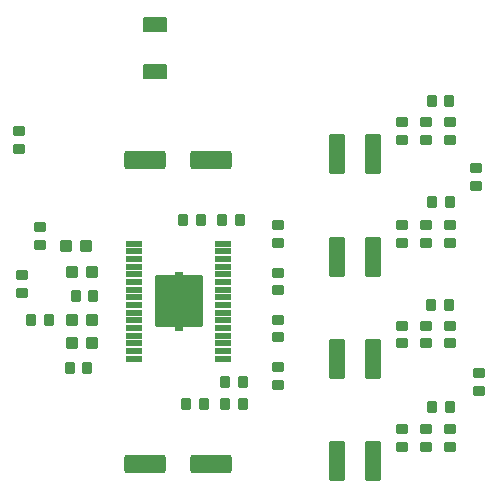
<source format=gtp>
G04*
G04 #@! TF.GenerationSoftware,Altium Limited,Altium Designer,23.1.1 (15)*
G04*
G04 Layer_Color=8421504*
%FSLAX24Y24*%
%MOIN*%
G70*
G04*
G04 #@! TF.SameCoordinates,52EA1FD8-E69D-4759-9217-C2292DA48D7E*
G04*
G04*
G04 #@! TF.FilePolarity,Positive*
G04*
G01*
G75*
G04:AMPARAMS|DCode=17|XSize=31.5mil|YSize=39.4mil|CornerRadius=3.9mil|HoleSize=0mil|Usage=FLASHONLY|Rotation=90.000|XOffset=0mil|YOffset=0mil|HoleType=Round|Shape=RoundedRectangle|*
%AMROUNDEDRECTD17*
21,1,0.0315,0.0315,0,0,90.0*
21,1,0.0236,0.0394,0,0,90.0*
1,1,0.0079,0.0157,0.0118*
1,1,0.0079,0.0157,-0.0118*
1,1,0.0079,-0.0157,-0.0118*
1,1,0.0079,-0.0157,0.0118*
%
%ADD17ROUNDEDRECTD17*%
G04:AMPARAMS|DCode=18|XSize=27.6mil|YSize=11.8mil|CornerRadius=0.3mil|HoleSize=0mil|Usage=FLASHONLY|Rotation=180.000|XOffset=0mil|YOffset=0mil|HoleType=Round|Shape=RoundedRectangle|*
%AMROUNDEDRECTD18*
21,1,0.0276,0.0112,0,0,180.0*
21,1,0.0270,0.0118,0,0,180.0*
1,1,0.0006,-0.0135,0.0056*
1,1,0.0006,0.0135,0.0056*
1,1,0.0006,0.0135,-0.0056*
1,1,0.0006,-0.0135,-0.0056*
%
%ADD18ROUNDEDRECTD18*%
G04:AMPARAMS|DCode=19|XSize=161.8mil|YSize=171.7mil|CornerRadius=4mil|HoleSize=0mil|Usage=FLASHONLY|Rotation=180.000|XOffset=0mil|YOffset=0mil|HoleType=Round|Shape=RoundedRectangle|*
%AMROUNDEDRECTD19*
21,1,0.1618,0.1636,0,0,180.0*
21,1,0.1537,0.1717,0,0,180.0*
1,1,0.0081,-0.0769,0.0818*
1,1,0.0081,0.0769,0.0818*
1,1,0.0081,0.0769,-0.0818*
1,1,0.0081,-0.0769,-0.0818*
%
%ADD19ROUNDEDRECTD19*%
G04:AMPARAMS|DCode=20|XSize=17.7mil|YSize=55.1mil|CornerRadius=2.2mil|HoleSize=0mil|Usage=FLASHONLY|Rotation=90.000|XOffset=0mil|YOffset=0mil|HoleType=Round|Shape=RoundedRectangle|*
%AMROUNDEDRECTD20*
21,1,0.0177,0.0507,0,0,90.0*
21,1,0.0133,0.0551,0,0,90.0*
1,1,0.0044,0.0253,0.0066*
1,1,0.0044,0.0253,-0.0066*
1,1,0.0044,-0.0253,-0.0066*
1,1,0.0044,-0.0253,0.0066*
%
%ADD20ROUNDEDRECTD20*%
G04:AMPARAMS|DCode=21|XSize=63mil|YSize=137.8mil|CornerRadius=7.9mil|HoleSize=0mil|Usage=FLASHONLY|Rotation=270.000|XOffset=0mil|YOffset=0mil|HoleType=Round|Shape=RoundedRectangle|*
%AMROUNDEDRECTD21*
21,1,0.0630,0.1220,0,0,270.0*
21,1,0.0472,0.1378,0,0,270.0*
1,1,0.0157,-0.0610,-0.0236*
1,1,0.0157,-0.0610,0.0236*
1,1,0.0157,0.0610,0.0236*
1,1,0.0157,0.0610,-0.0236*
%
%ADD21ROUNDEDRECTD21*%
G04:AMPARAMS|DCode=22|XSize=50mil|YSize=82.7mil|CornerRadius=6.3mil|HoleSize=0mil|Usage=FLASHONLY|Rotation=270.000|XOffset=0mil|YOffset=0mil|HoleType=Round|Shape=RoundedRectangle|*
%AMROUNDEDRECTD22*
21,1,0.0500,0.0702,0,0,270.0*
21,1,0.0375,0.0827,0,0,270.0*
1,1,0.0125,-0.0351,-0.0188*
1,1,0.0125,-0.0351,0.0188*
1,1,0.0125,0.0351,0.0188*
1,1,0.0125,0.0351,-0.0188*
%
%ADD22ROUNDEDRECTD22*%
G04:AMPARAMS|DCode=23|XSize=31.5mil|YSize=39.4mil|CornerRadius=3.9mil|HoleSize=0mil|Usage=FLASHONLY|Rotation=0.000|XOffset=0mil|YOffset=0mil|HoleType=Round|Shape=RoundedRectangle|*
%AMROUNDEDRECTD23*
21,1,0.0315,0.0315,0,0,0.0*
21,1,0.0236,0.0394,0,0,0.0*
1,1,0.0079,0.0118,-0.0157*
1,1,0.0079,-0.0118,-0.0157*
1,1,0.0079,-0.0118,0.0157*
1,1,0.0079,0.0118,0.0157*
%
%ADD23ROUNDEDRECTD23*%
G04:AMPARAMS|DCode=24|XSize=43.3mil|YSize=39.4mil|CornerRadius=4.9mil|HoleSize=0mil|Usage=FLASHONLY|Rotation=0.000|XOffset=0mil|YOffset=0mil|HoleType=Round|Shape=RoundedRectangle|*
%AMROUNDEDRECTD24*
21,1,0.0433,0.0295,0,0,0.0*
21,1,0.0335,0.0394,0,0,0.0*
1,1,0.0098,0.0167,-0.0148*
1,1,0.0098,-0.0167,-0.0148*
1,1,0.0098,-0.0167,0.0148*
1,1,0.0098,0.0167,0.0148*
%
%ADD24ROUNDEDRECTD24*%
G04:AMPARAMS|DCode=25|XSize=51.2mil|YSize=133.9mil|CornerRadius=2.6mil|HoleSize=0mil|Usage=FLASHONLY|Rotation=0.000|XOffset=0mil|YOffset=0mil|HoleType=Round|Shape=RoundedRectangle|*
%AMROUNDEDRECTD25*
21,1,0.0512,0.1287,0,0,0.0*
21,1,0.0461,0.1339,0,0,0.0*
1,1,0.0051,0.0230,-0.0644*
1,1,0.0051,-0.0230,-0.0644*
1,1,0.0051,-0.0230,0.0644*
1,1,0.0051,0.0230,0.0644*
%
%ADD25ROUNDEDRECTD25*%
D17*
X25689Y17421D02*
D03*
Y18012D02*
D03*
Y14567D02*
D03*
Y13976D02*
D03*
X13600Y13905D02*
D03*
Y14495D02*
D03*
X13000Y12895D02*
D03*
Y12305D02*
D03*
X12900Y17105D02*
D03*
Y17695D02*
D03*
X27264Y17421D02*
D03*
Y18012D02*
D03*
Y14567D02*
D03*
Y13976D02*
D03*
X28150Y16476D02*
D03*
Y15886D02*
D03*
X27264Y10630D02*
D03*
Y11220D02*
D03*
Y7776D02*
D03*
Y7185D02*
D03*
X28248Y9646D02*
D03*
Y9055D02*
D03*
X21555Y14567D02*
D03*
Y13976D02*
D03*
X26476Y18012D02*
D03*
Y17421D02*
D03*
X21555Y12402D02*
D03*
Y12992D02*
D03*
X26476Y13976D02*
D03*
Y14567D02*
D03*
X21555Y11417D02*
D03*
Y10827D02*
D03*
X25689Y11220D02*
D03*
Y10630D02*
D03*
X26476Y11220D02*
D03*
Y10630D02*
D03*
X21555Y9252D02*
D03*
Y9843D02*
D03*
X25689Y7185D02*
D03*
Y7776D02*
D03*
X26476Y7185D02*
D03*
Y7776D02*
D03*
D18*
X18228Y11122D02*
D03*
Y12953D02*
D03*
D19*
Y12037D02*
D03*
D20*
X19724Y13957D02*
D03*
Y13701D02*
D03*
Y13445D02*
D03*
Y13189D02*
D03*
Y12933D02*
D03*
Y12677D02*
D03*
Y12421D02*
D03*
Y12165D02*
D03*
Y11909D02*
D03*
Y11654D02*
D03*
Y11398D02*
D03*
Y11142D02*
D03*
Y10886D02*
D03*
Y10630D02*
D03*
Y10374D02*
D03*
Y10118D02*
D03*
X16732Y13957D02*
D03*
Y13701D02*
D03*
Y13445D02*
D03*
Y13189D02*
D03*
Y12933D02*
D03*
Y12677D02*
D03*
Y12421D02*
D03*
Y12165D02*
D03*
Y11909D02*
D03*
Y11654D02*
D03*
Y11398D02*
D03*
Y11142D02*
D03*
Y10886D02*
D03*
Y10630D02*
D03*
Y10374D02*
D03*
Y10118D02*
D03*
D21*
X19302Y6600D02*
D03*
X17098D02*
D03*
Y16752D02*
D03*
X19302D02*
D03*
D22*
X17441Y21234D02*
D03*
Y19671D02*
D03*
D23*
X26677Y15354D02*
D03*
X27267D02*
D03*
X27253Y18723D02*
D03*
X26663D02*
D03*
X13895Y11400D02*
D03*
X13305D02*
D03*
X14600Y9800D02*
D03*
X15191D02*
D03*
X19783Y9350D02*
D03*
X20374D02*
D03*
X19783Y8602D02*
D03*
X20374D02*
D03*
X19075D02*
D03*
X18484D02*
D03*
X18976Y14744D02*
D03*
X18386D02*
D03*
X19685D02*
D03*
X20276D02*
D03*
X14800Y12200D02*
D03*
X15391D02*
D03*
X26655Y11900D02*
D03*
X27245D02*
D03*
X27273Y8501D02*
D03*
X26682D02*
D03*
D24*
X15157Y13878D02*
D03*
X14488D02*
D03*
X15335Y13000D02*
D03*
X14665D02*
D03*
X15335Y11400D02*
D03*
X14665D02*
D03*
X15335Y10650D02*
D03*
X14665D02*
D03*
D25*
X24705Y16929D02*
D03*
X23524D02*
D03*
Y13517D02*
D03*
X24705D02*
D03*
Y10105D02*
D03*
X23524D02*
D03*
Y6693D02*
D03*
X24705D02*
D03*
M02*

</source>
